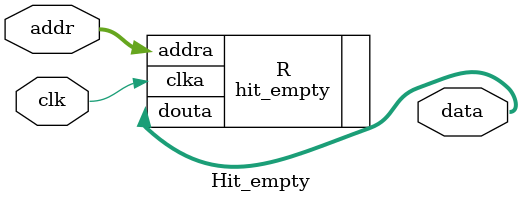
<source format=v>
`timescale 1ns / 1ps
module Hit_empty(
	input wire clk,
	input wire [14:0] addr,
	output wire [11:0] data
   );
	hit_empty R(.clka(clk),.addra(addr),.douta(data));
 
endmodule

</source>
